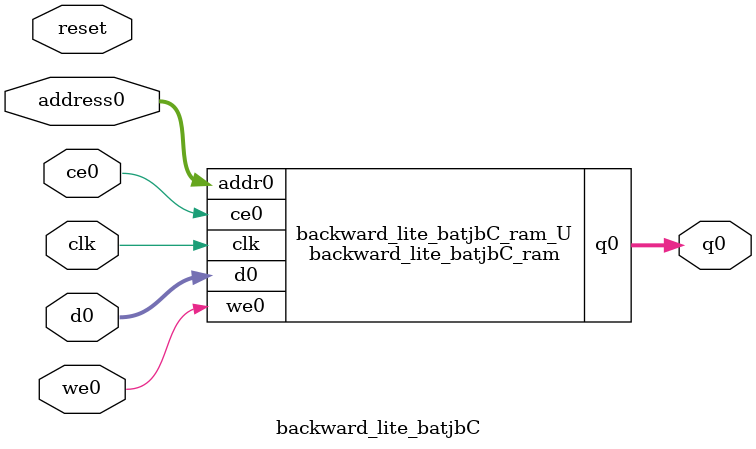
<source format=v>
`timescale 1 ns / 1 ps
module backward_lite_batjbC_ram (addr0, ce0, d0, we0, q0,  clk);

parameter DWIDTH = 32;
parameter AWIDTH = 9;
parameter MEM_SIZE = 288;

input[AWIDTH-1:0] addr0;
input ce0;
input[DWIDTH-1:0] d0;
input we0;
output reg[DWIDTH-1:0] q0;
input clk;

(* ram_style = "block" *)reg [DWIDTH-1:0] ram[0:MEM_SIZE-1];




always @(posedge clk)  
begin 
    if (ce0) 
    begin
        if (we0) 
        begin 
            ram[addr0] <= d0; 
        end 
        q0 <= ram[addr0];
    end
end


endmodule

`timescale 1 ns / 1 ps
module backward_lite_batjbC(
    reset,
    clk,
    address0,
    ce0,
    we0,
    d0,
    q0);

parameter DataWidth = 32'd32;
parameter AddressRange = 32'd288;
parameter AddressWidth = 32'd9;
input reset;
input clk;
input[AddressWidth - 1:0] address0;
input ce0;
input we0;
input[DataWidth - 1:0] d0;
output[DataWidth - 1:0] q0;



backward_lite_batjbC_ram backward_lite_batjbC_ram_U(
    .clk( clk ),
    .addr0( address0 ),
    .ce0( ce0 ),
    .we0( we0 ),
    .d0( d0 ),
    .q0( q0 ));

endmodule


</source>
